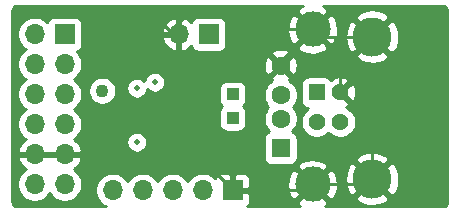
<source format=gbr>
%TF.GenerationSoftware,KiCad,Pcbnew,5.1.6-c6e7f7d~86~ubuntu18.04.1*%
%TF.CreationDate,2021-07-01T18:37:21-07:00*%
%TF.ProjectId,usb_combo_pmod,7573625f-636f-46d6-926f-5f706d6f642e,rev?*%
%TF.SameCoordinates,Original*%
%TF.FileFunction,Copper,L2,Inr*%
%TF.FilePolarity,Positive*%
%FSLAX46Y46*%
G04 Gerber Fmt 4.6, Leading zero omitted, Abs format (unit mm)*
G04 Created by KiCad (PCBNEW 5.1.6-c6e7f7d~86~ubuntu18.04.1) date 2021-07-01 18:37:21*
%MOMM*%
%LPD*%
G01*
G04 APERTURE LIST*
%TA.AperFunction,ViaPad*%
%ADD10O,1.700000X1.700000*%
%TD*%
%TA.AperFunction,ViaPad*%
%ADD11R,1.700000X1.700000*%
%TD*%
%TA.AperFunction,ViaPad*%
%ADD12C,1.600000*%
%TD*%
%TA.AperFunction,ViaPad*%
%ADD13R,1.600000X1.600000*%
%TD*%
%TA.AperFunction,ViaPad*%
%ADD14C,3.000000*%
%TD*%
%TA.AperFunction,ViaPad*%
%ADD15C,3.316000*%
%TD*%
%TA.AperFunction,ViaPad*%
%ADD16C,1.428000*%
%TD*%
%TA.AperFunction,ViaPad*%
%ADD17R,1.428000X1.428000*%
%TD*%
%TA.AperFunction,ViaPad*%
%ADD18R,1.000000X1.000000*%
%TD*%
%TA.AperFunction,ViaPad*%
%ADD19C,1.100000*%
%TD*%
%TA.AperFunction,ViaPad*%
%ADD20C,0.500000*%
%TD*%
%TA.AperFunction,Conductor*%
%ADD21C,0.254000*%
%TD*%
G04 APERTURE END LIST*
D10*
%TO.N,+3V3*%
%TO.C,J1*%
X99060000Y-83820000D03*
X101600000Y-83820000D03*
%TO.N,GND*%
X99060000Y-81280000D03*
X101600000Y-81280000D03*
%TO.N,/D_SUS*%
X99060000Y-78740000D03*
%TO.N,/D_OE_*%
X101600000Y-78740000D03*
%TO.N,/D_VM*%
X99060000Y-76200000D03*
%TO.N,/D_CON*%
X101600000Y-76200000D03*
%TO.N,/D_VP*%
X99060000Y-73660000D03*
%TO.N,/D_RCV*%
X101600000Y-73660000D03*
%TO.N,/D_SPD*%
X99060000Y-71120000D03*
D11*
%TO.N,/D_VBUS_DET*%
X101600000Y-71120000D03*
%TD*%
D12*
%TO.N,GND*%
%TO.C,J5*%
X119888000Y-73772000D03*
%TO.N,/D_DP*%
X119888000Y-76272000D03*
%TO.N,/D_DN*%
X119888000Y-78272000D03*
D13*
%TO.N,/D_VBUS*%
X119888000Y-80772000D03*
D14*
%TO.N,GND*%
X122598000Y-83842000D03*
X122598000Y-70702000D03*
%TD*%
D15*
%TO.N,GND*%
%TO.C,J4*%
X127646000Y-71323000D03*
X127646000Y-83363000D03*
D16*
X124936000Y-76053000D03*
%TO.N,/D_DP*%
X124936000Y-78553000D03*
%TO.N,/D_DN*%
X122936000Y-78553000D03*
D17*
%TO.N,/D_VBUS*%
X122936000Y-76053000D03*
%TD*%
D10*
%TO.N,GND*%
%TO.C,J3*%
X111252000Y-71120000D03*
D11*
%TO.N,/D_VBUS*%
X113792000Y-71120000D03*
%TD*%
D10*
%TO.N,/D_VM*%
%TO.C,J2*%
X105664000Y-84328000D03*
%TO.N,/D_VP*%
X108204000Y-84328000D03*
%TO.N,/D_RCV*%
X110744000Y-84328000D03*
%TO.N,/D_OE_*%
X113284000Y-84328000D03*
D11*
%TO.N,GND*%
X115824000Y-84328000D03*
%TD*%
D18*
%TO.N,/D_DP*%
%TO.C,DP1*%
X115824000Y-76200000D03*
%TD*%
%TO.N,/D_DN*%
%TO.C,DN1*%
X115824000Y-78232000D03*
%TD*%
D19*
%TO.N,+3V3*%
X104777632Y-75899501D03*
%TO.N,GND*%
X106140593Y-80264167D03*
X104140000Y-70104000D03*
D20*
%TO.N,/D_SPD*%
X107696000Y-80264000D03*
%TO.N,/D_VPU*%
X107696000Y-75692000D03*
X109220000Y-75184000D03*
%TD*%
D21*
%TO.N,GND*%
X105124760Y-81280000D02*
X106140593Y-80264167D01*
X101600000Y-81280000D02*
X105124760Y-81280000D01*
X122112000Y-84328000D02*
X122598000Y-83842000D01*
X115824000Y-84328000D02*
X122112000Y-84328000D01*
X127167000Y-83842000D02*
X127646000Y-83363000D01*
X122598000Y-83842000D02*
X127167000Y-83842000D01*
X127646000Y-78763000D02*
X124936000Y-76053000D01*
X127646000Y-83363000D02*
X127646000Y-78763000D01*
X124936000Y-74033000D02*
X127646000Y-71323000D01*
X124936000Y-76053000D02*
X124936000Y-74033000D01*
X123219000Y-71323000D02*
X122598000Y-70702000D01*
X127646000Y-71323000D02*
X123219000Y-71323000D01*
X119888000Y-73412000D02*
X119888000Y-73772000D01*
X122598000Y-70702000D02*
X119888000Y-73412000D01*
X99060000Y-81280000D02*
X101600000Y-81280000D01*
X109728000Y-70104000D02*
X110744000Y-71120000D01*
X104140000Y-70104000D02*
X109728000Y-70104000D01*
X105124760Y-81280000D02*
X108712000Y-81280000D01*
X108712000Y-81280000D02*
X109728000Y-82296000D01*
X113792000Y-82296000D02*
X115824000Y-84328000D01*
X109728000Y-82296000D02*
X113792000Y-82296000D01*
X122598000Y-70702000D02*
X117438000Y-70702000D01*
X117438000Y-70702000D02*
X116332000Y-69596000D01*
X116332000Y-69596000D02*
X111760000Y-69596000D01*
X110744000Y-70612000D02*
X110744000Y-71120000D01*
X111760000Y-69596000D02*
X110744000Y-70612000D01*
%TD*%
%TO.N,GND*%
G36*
X121737617Y-68736757D02*
G01*
X121441962Y-68894786D01*
X121285952Y-69210347D01*
X122598000Y-70522395D01*
X123910048Y-69210347D01*
X123754038Y-68894786D01*
X123434292Y-68732000D01*
X133571719Y-68732000D01*
X133672533Y-68741885D01*
X133738457Y-68761789D01*
X133799255Y-68794115D01*
X133852619Y-68837639D01*
X133896512Y-68890696D01*
X133929266Y-68951271D01*
X133949628Y-69017053D01*
X133960000Y-69115731D01*
X133960001Y-85311709D01*
X133950115Y-85412531D01*
X133930211Y-85478458D01*
X133897885Y-85539255D01*
X133854362Y-85592618D01*
X133801300Y-85636515D01*
X133740727Y-85669266D01*
X133674947Y-85689628D01*
X133576269Y-85700000D01*
X123659023Y-85700000D01*
X123754038Y-85649214D01*
X123910048Y-85333653D01*
X122598000Y-84021605D01*
X121285952Y-85333653D01*
X121441962Y-85649214D01*
X121541716Y-85700000D01*
X117038896Y-85700000D01*
X117125185Y-85629185D01*
X117204537Y-85532494D01*
X117263502Y-85422180D01*
X117299812Y-85302482D01*
X117312072Y-85178000D01*
X117309000Y-84613750D01*
X117150250Y-84455000D01*
X115951000Y-84455000D01*
X115951000Y-84475000D01*
X115697000Y-84475000D01*
X115697000Y-84455000D01*
X115677000Y-84455000D01*
X115677000Y-84201000D01*
X115697000Y-84201000D01*
X115697000Y-83001750D01*
X115951000Y-83001750D01*
X115951000Y-84201000D01*
X117150250Y-84201000D01*
X117309000Y-84042250D01*
X117309857Y-83884824D01*
X120453098Y-83884824D01*
X120502666Y-84302451D01*
X120632757Y-84702383D01*
X120790786Y-84998038D01*
X121106347Y-85154048D01*
X122418395Y-83842000D01*
X122777605Y-83842000D01*
X124089653Y-85154048D01*
X124405214Y-84998038D01*
X124420949Y-84967130D01*
X126221475Y-84967130D01*
X126396491Y-85298867D01*
X126798168Y-85505437D01*
X127232428Y-85629674D01*
X127682581Y-85666804D01*
X128131328Y-85615400D01*
X128561424Y-85477438D01*
X128895509Y-85298867D01*
X129070525Y-84967130D01*
X127646000Y-83542605D01*
X126221475Y-84967130D01*
X124420949Y-84967130D01*
X124596020Y-84623255D01*
X124710044Y-84218449D01*
X124742902Y-83799176D01*
X124695475Y-83399581D01*
X125342196Y-83399581D01*
X125393600Y-83848328D01*
X125531562Y-84278424D01*
X125710133Y-84612509D01*
X126041870Y-84787525D01*
X127466395Y-83363000D01*
X127825605Y-83363000D01*
X129250130Y-84787525D01*
X129581867Y-84612509D01*
X129788437Y-84210832D01*
X129912674Y-83776572D01*
X129949804Y-83326419D01*
X129898400Y-82877672D01*
X129760438Y-82447576D01*
X129581867Y-82113491D01*
X129250130Y-81938475D01*
X127825605Y-83363000D01*
X127466395Y-83363000D01*
X126041870Y-81938475D01*
X125710133Y-82113491D01*
X125503563Y-82515168D01*
X125379326Y-82949428D01*
X125342196Y-83399581D01*
X124695475Y-83399581D01*
X124693334Y-83381549D01*
X124563243Y-82981617D01*
X124405214Y-82685962D01*
X124089653Y-82529952D01*
X122777605Y-83842000D01*
X122418395Y-83842000D01*
X121106347Y-82529952D01*
X120790786Y-82685962D01*
X120599980Y-83060745D01*
X120485956Y-83465551D01*
X120453098Y-83884824D01*
X117309857Y-83884824D01*
X117312072Y-83478000D01*
X117299812Y-83353518D01*
X117263502Y-83233820D01*
X117204537Y-83123506D01*
X117125185Y-83026815D01*
X117028494Y-82947463D01*
X116918180Y-82888498D01*
X116798482Y-82852188D01*
X116674000Y-82839928D01*
X116109750Y-82843000D01*
X115951000Y-83001750D01*
X115697000Y-83001750D01*
X115538250Y-82843000D01*
X114974000Y-82839928D01*
X114849518Y-82852188D01*
X114729820Y-82888498D01*
X114619506Y-82947463D01*
X114522815Y-83026815D01*
X114443463Y-83123506D01*
X114384498Y-83233820D01*
X114362487Y-83306380D01*
X114230632Y-83174525D01*
X113987411Y-83012010D01*
X113717158Y-82900068D01*
X113430260Y-82843000D01*
X113137740Y-82843000D01*
X112850842Y-82900068D01*
X112580589Y-83012010D01*
X112337368Y-83174525D01*
X112130525Y-83381368D01*
X112014000Y-83555760D01*
X111897475Y-83381368D01*
X111690632Y-83174525D01*
X111447411Y-83012010D01*
X111177158Y-82900068D01*
X110890260Y-82843000D01*
X110597740Y-82843000D01*
X110310842Y-82900068D01*
X110040589Y-83012010D01*
X109797368Y-83174525D01*
X109590525Y-83381368D01*
X109474000Y-83555760D01*
X109357475Y-83381368D01*
X109150632Y-83174525D01*
X108907411Y-83012010D01*
X108637158Y-82900068D01*
X108350260Y-82843000D01*
X108057740Y-82843000D01*
X107770842Y-82900068D01*
X107500589Y-83012010D01*
X107257368Y-83174525D01*
X107050525Y-83381368D01*
X106934000Y-83555760D01*
X106817475Y-83381368D01*
X106610632Y-83174525D01*
X106367411Y-83012010D01*
X106097158Y-82900068D01*
X105810260Y-82843000D01*
X105517740Y-82843000D01*
X105230842Y-82900068D01*
X104960589Y-83012010D01*
X104717368Y-83174525D01*
X104510525Y-83381368D01*
X104348010Y-83624589D01*
X104236068Y-83894842D01*
X104179000Y-84181740D01*
X104179000Y-84474260D01*
X104236068Y-84761158D01*
X104348010Y-85031411D01*
X104510525Y-85274632D01*
X104717368Y-85481475D01*
X104960589Y-85643990D01*
X105095810Y-85700000D01*
X97568281Y-85700000D01*
X97467469Y-85690115D01*
X97401542Y-85670211D01*
X97340745Y-85637885D01*
X97287382Y-85594362D01*
X97243485Y-85541300D01*
X97210734Y-85480727D01*
X97190372Y-85414947D01*
X97180000Y-85316269D01*
X97180000Y-83673740D01*
X97575000Y-83673740D01*
X97575000Y-83966260D01*
X97632068Y-84253158D01*
X97744010Y-84523411D01*
X97906525Y-84766632D01*
X98113368Y-84973475D01*
X98356589Y-85135990D01*
X98626842Y-85247932D01*
X98913740Y-85305000D01*
X99206260Y-85305000D01*
X99493158Y-85247932D01*
X99763411Y-85135990D01*
X100006632Y-84973475D01*
X100213475Y-84766632D01*
X100330000Y-84592240D01*
X100446525Y-84766632D01*
X100653368Y-84973475D01*
X100896589Y-85135990D01*
X101166842Y-85247932D01*
X101453740Y-85305000D01*
X101746260Y-85305000D01*
X102033158Y-85247932D01*
X102303411Y-85135990D01*
X102546632Y-84973475D01*
X102753475Y-84766632D01*
X102915990Y-84523411D01*
X103027932Y-84253158D01*
X103085000Y-83966260D01*
X103085000Y-83673740D01*
X103027932Y-83386842D01*
X102915990Y-83116589D01*
X102753475Y-82873368D01*
X102546632Y-82666525D01*
X102364466Y-82544805D01*
X102481355Y-82475178D01*
X102619843Y-82350347D01*
X121285952Y-82350347D01*
X122598000Y-83662395D01*
X123910048Y-82350347D01*
X123754038Y-82034786D01*
X123379255Y-81843980D01*
X123077099Y-81758870D01*
X126221475Y-81758870D01*
X127646000Y-83183395D01*
X129070525Y-81758870D01*
X128895509Y-81427133D01*
X128493832Y-81220563D01*
X128059572Y-81096326D01*
X127609419Y-81059196D01*
X127160672Y-81110600D01*
X126730576Y-81248562D01*
X126396491Y-81427133D01*
X126221475Y-81758870D01*
X123077099Y-81758870D01*
X122974449Y-81729956D01*
X122555176Y-81697098D01*
X122137549Y-81746666D01*
X121737617Y-81876757D01*
X121441962Y-82034786D01*
X121285952Y-82350347D01*
X102619843Y-82350347D01*
X102697588Y-82280269D01*
X102871641Y-82046920D01*
X102996825Y-81784099D01*
X103041476Y-81636890D01*
X102920155Y-81407000D01*
X101727000Y-81407000D01*
X101727000Y-81427000D01*
X101473000Y-81427000D01*
X101473000Y-81407000D01*
X99187000Y-81407000D01*
X99187000Y-81427000D01*
X98933000Y-81427000D01*
X98933000Y-81407000D01*
X97739845Y-81407000D01*
X97618524Y-81636890D01*
X97663175Y-81784099D01*
X97788359Y-82046920D01*
X97962412Y-82280269D01*
X98178645Y-82475178D01*
X98295534Y-82544805D01*
X98113368Y-82666525D01*
X97906525Y-82873368D01*
X97744010Y-83116589D01*
X97632068Y-83386842D01*
X97575000Y-83673740D01*
X97180000Y-83673740D01*
X97180000Y-70973740D01*
X97575000Y-70973740D01*
X97575000Y-71266260D01*
X97632068Y-71553158D01*
X97744010Y-71823411D01*
X97906525Y-72066632D01*
X98113368Y-72273475D01*
X98287760Y-72390000D01*
X98113368Y-72506525D01*
X97906525Y-72713368D01*
X97744010Y-72956589D01*
X97632068Y-73226842D01*
X97575000Y-73513740D01*
X97575000Y-73806260D01*
X97632068Y-74093158D01*
X97744010Y-74363411D01*
X97906525Y-74606632D01*
X98113368Y-74813475D01*
X98287760Y-74930000D01*
X98113368Y-75046525D01*
X97906525Y-75253368D01*
X97744010Y-75496589D01*
X97632068Y-75766842D01*
X97575000Y-76053740D01*
X97575000Y-76346260D01*
X97632068Y-76633158D01*
X97744010Y-76903411D01*
X97906525Y-77146632D01*
X98113368Y-77353475D01*
X98287760Y-77470000D01*
X98113368Y-77586525D01*
X97906525Y-77793368D01*
X97744010Y-78036589D01*
X97632068Y-78306842D01*
X97575000Y-78593740D01*
X97575000Y-78886260D01*
X97632068Y-79173158D01*
X97744010Y-79443411D01*
X97906525Y-79686632D01*
X98113368Y-79893475D01*
X98295534Y-80015195D01*
X98178645Y-80084822D01*
X97962412Y-80279731D01*
X97788359Y-80513080D01*
X97663175Y-80775901D01*
X97618524Y-80923110D01*
X97739845Y-81153000D01*
X98933000Y-81153000D01*
X98933000Y-81133000D01*
X99187000Y-81133000D01*
X99187000Y-81153000D01*
X101473000Y-81153000D01*
X101473000Y-81133000D01*
X101727000Y-81133000D01*
X101727000Y-81153000D01*
X102920155Y-81153000D01*
X103041476Y-80923110D01*
X102996825Y-80775901D01*
X102871641Y-80513080D01*
X102697588Y-80279731D01*
X102583435Y-80176835D01*
X106811000Y-80176835D01*
X106811000Y-80351165D01*
X106845010Y-80522145D01*
X106911723Y-80683205D01*
X107008576Y-80828155D01*
X107131845Y-80951424D01*
X107276795Y-81048277D01*
X107437855Y-81114990D01*
X107608835Y-81149000D01*
X107783165Y-81149000D01*
X107954145Y-81114990D01*
X108115205Y-81048277D01*
X108260155Y-80951424D01*
X108383424Y-80828155D01*
X108480277Y-80683205D01*
X108546990Y-80522145D01*
X108581000Y-80351165D01*
X108581000Y-80176835D01*
X108546990Y-80005855D01*
X108532967Y-79972000D01*
X118449928Y-79972000D01*
X118449928Y-81572000D01*
X118462188Y-81696482D01*
X118498498Y-81816180D01*
X118557463Y-81926494D01*
X118636815Y-82023185D01*
X118733506Y-82102537D01*
X118843820Y-82161502D01*
X118963518Y-82197812D01*
X119088000Y-82210072D01*
X120688000Y-82210072D01*
X120812482Y-82197812D01*
X120932180Y-82161502D01*
X121042494Y-82102537D01*
X121139185Y-82023185D01*
X121218537Y-81926494D01*
X121277502Y-81816180D01*
X121313812Y-81696482D01*
X121326072Y-81572000D01*
X121326072Y-79972000D01*
X121313812Y-79847518D01*
X121277502Y-79727820D01*
X121218537Y-79617506D01*
X121139185Y-79520815D01*
X121042494Y-79441463D01*
X120932180Y-79382498D01*
X120836057Y-79353339D01*
X121002637Y-79186759D01*
X121159680Y-78951727D01*
X121267853Y-78690574D01*
X121323000Y-78413335D01*
X121323000Y-78130665D01*
X121267853Y-77853426D01*
X121159680Y-77592273D01*
X121002637Y-77357241D01*
X120917396Y-77272000D01*
X121002637Y-77186759D01*
X121159680Y-76951727D01*
X121267853Y-76690574D01*
X121323000Y-76413335D01*
X121323000Y-76130665D01*
X121267853Y-75853426D01*
X121159680Y-75592273D01*
X121002637Y-75357241D01*
X120984396Y-75339000D01*
X121583928Y-75339000D01*
X121583928Y-76767000D01*
X121596188Y-76891482D01*
X121632498Y-77011180D01*
X121691463Y-77121494D01*
X121770815Y-77218185D01*
X121867506Y-77297537D01*
X121977820Y-77356502D01*
X122097518Y-77392812D01*
X122222000Y-77405072D01*
X122225860Y-77405072D01*
X122076063Y-77505163D01*
X121888163Y-77693063D01*
X121740532Y-77914009D01*
X121638842Y-78159511D01*
X121587000Y-78420135D01*
X121587000Y-78685865D01*
X121638842Y-78946489D01*
X121740532Y-79191991D01*
X121888163Y-79412937D01*
X122076063Y-79600837D01*
X122297009Y-79748468D01*
X122542511Y-79850158D01*
X122803135Y-79902000D01*
X123068865Y-79902000D01*
X123329489Y-79850158D01*
X123574991Y-79748468D01*
X123795937Y-79600837D01*
X123936000Y-79460774D01*
X124076063Y-79600837D01*
X124297009Y-79748468D01*
X124542511Y-79850158D01*
X124803135Y-79902000D01*
X125068865Y-79902000D01*
X125329489Y-79850158D01*
X125574991Y-79748468D01*
X125795937Y-79600837D01*
X125983837Y-79412937D01*
X126131468Y-79191991D01*
X126233158Y-78946489D01*
X126285000Y-78685865D01*
X126285000Y-78420135D01*
X126233158Y-78159511D01*
X126131468Y-77914009D01*
X125983837Y-77693063D01*
X125795937Y-77505163D01*
X125574991Y-77357532D01*
X125444519Y-77303489D01*
X125522258Y-77275193D01*
X125626509Y-77219470D01*
X125687668Y-76984273D01*
X124936000Y-76232605D01*
X124921858Y-76246748D01*
X124742253Y-76067143D01*
X124756395Y-76053000D01*
X125115605Y-76053000D01*
X125867273Y-76804668D01*
X126102470Y-76743509D01*
X126214768Y-76502674D01*
X126277924Y-76244559D01*
X126289511Y-75979081D01*
X126249082Y-75716445D01*
X126158193Y-75466742D01*
X126102470Y-75362491D01*
X125867273Y-75301332D01*
X125115605Y-76053000D01*
X124756395Y-76053000D01*
X124742253Y-76038858D01*
X124921858Y-75859253D01*
X124936000Y-75873395D01*
X125687668Y-75121727D01*
X125626509Y-74886530D01*
X125385674Y-74774232D01*
X125127559Y-74711076D01*
X124862081Y-74699489D01*
X124599445Y-74739918D01*
X124349742Y-74830807D01*
X124245491Y-74886530D01*
X124207094Y-75034191D01*
X124180537Y-74984506D01*
X124101185Y-74887815D01*
X124004494Y-74808463D01*
X123894180Y-74749498D01*
X123774482Y-74713188D01*
X123650000Y-74700928D01*
X122222000Y-74700928D01*
X122097518Y-74713188D01*
X121977820Y-74749498D01*
X121867506Y-74808463D01*
X121770815Y-74887815D01*
X121691463Y-74984506D01*
X121632498Y-75094820D01*
X121596188Y-75214518D01*
X121583928Y-75339000D01*
X120984396Y-75339000D01*
X120802759Y-75157363D01*
X120602131Y-75023308D01*
X120629514Y-75008671D01*
X120701097Y-74764702D01*
X119888000Y-73951605D01*
X119074903Y-74764702D01*
X119146486Y-75008671D01*
X119175341Y-75022324D01*
X118973241Y-75157363D01*
X118773363Y-75357241D01*
X118616320Y-75592273D01*
X118508147Y-75853426D01*
X118453000Y-76130665D01*
X118453000Y-76413335D01*
X118508147Y-76690574D01*
X118616320Y-76951727D01*
X118773363Y-77186759D01*
X118858604Y-77272000D01*
X118773363Y-77357241D01*
X118616320Y-77592273D01*
X118508147Y-77853426D01*
X118453000Y-78130665D01*
X118453000Y-78413335D01*
X118508147Y-78690574D01*
X118616320Y-78951727D01*
X118773363Y-79186759D01*
X118939943Y-79353339D01*
X118843820Y-79382498D01*
X118733506Y-79441463D01*
X118636815Y-79520815D01*
X118557463Y-79617506D01*
X118498498Y-79727820D01*
X118462188Y-79847518D01*
X118449928Y-79972000D01*
X108532967Y-79972000D01*
X108480277Y-79844795D01*
X108383424Y-79699845D01*
X108260155Y-79576576D01*
X108115205Y-79479723D01*
X107954145Y-79413010D01*
X107783165Y-79379000D01*
X107608835Y-79379000D01*
X107437855Y-79413010D01*
X107276795Y-79479723D01*
X107131845Y-79576576D01*
X107008576Y-79699845D01*
X106911723Y-79844795D01*
X106845010Y-80005855D01*
X106811000Y-80176835D01*
X102583435Y-80176835D01*
X102481355Y-80084822D01*
X102364466Y-80015195D01*
X102546632Y-79893475D01*
X102753475Y-79686632D01*
X102915990Y-79443411D01*
X103027932Y-79173158D01*
X103085000Y-78886260D01*
X103085000Y-78593740D01*
X103027932Y-78306842D01*
X102915990Y-78036589D01*
X102753475Y-77793368D01*
X102546632Y-77586525D01*
X102372240Y-77470000D01*
X102546632Y-77353475D01*
X102753475Y-77146632D01*
X102915990Y-76903411D01*
X103027932Y-76633158D01*
X103085000Y-76346260D01*
X103085000Y-76053740D01*
X103031105Y-75782789D01*
X103592632Y-75782789D01*
X103592632Y-76016213D01*
X103638171Y-76245153D01*
X103727498Y-76460809D01*
X103857182Y-76654895D01*
X104022238Y-76819951D01*
X104216324Y-76949635D01*
X104431980Y-77038962D01*
X104660920Y-77084501D01*
X104894344Y-77084501D01*
X105123284Y-77038962D01*
X105338940Y-76949635D01*
X105533026Y-76819951D01*
X105698082Y-76654895D01*
X105827766Y-76460809D01*
X105917093Y-76245153D01*
X105962632Y-76016213D01*
X105962632Y-75782789D01*
X105927235Y-75604835D01*
X106811000Y-75604835D01*
X106811000Y-75779165D01*
X106845010Y-75950145D01*
X106911723Y-76111205D01*
X107008576Y-76256155D01*
X107131845Y-76379424D01*
X107276795Y-76476277D01*
X107437855Y-76542990D01*
X107608835Y-76577000D01*
X107783165Y-76577000D01*
X107954145Y-76542990D01*
X108115205Y-76476277D01*
X108260155Y-76379424D01*
X108383424Y-76256155D01*
X108480277Y-76111205D01*
X108546990Y-75950145D01*
X108578111Y-75793690D01*
X108655845Y-75871424D01*
X108800795Y-75968277D01*
X108961855Y-76034990D01*
X109132835Y-76069000D01*
X109307165Y-76069000D01*
X109478145Y-76034990D01*
X109639205Y-75968277D01*
X109784155Y-75871424D01*
X109907424Y-75748155D01*
X109939600Y-75700000D01*
X114685928Y-75700000D01*
X114685928Y-76700000D01*
X114698188Y-76824482D01*
X114734498Y-76944180D01*
X114793463Y-77054494D01*
X114872815Y-77151185D01*
X114951793Y-77216000D01*
X114872815Y-77280815D01*
X114793463Y-77377506D01*
X114734498Y-77487820D01*
X114698188Y-77607518D01*
X114685928Y-77732000D01*
X114685928Y-78732000D01*
X114698188Y-78856482D01*
X114734498Y-78976180D01*
X114793463Y-79086494D01*
X114872815Y-79183185D01*
X114969506Y-79262537D01*
X115079820Y-79321502D01*
X115199518Y-79357812D01*
X115324000Y-79370072D01*
X116324000Y-79370072D01*
X116448482Y-79357812D01*
X116568180Y-79321502D01*
X116678494Y-79262537D01*
X116775185Y-79183185D01*
X116854537Y-79086494D01*
X116913502Y-78976180D01*
X116949812Y-78856482D01*
X116962072Y-78732000D01*
X116962072Y-77732000D01*
X116949812Y-77607518D01*
X116913502Y-77487820D01*
X116854537Y-77377506D01*
X116775185Y-77280815D01*
X116696207Y-77216000D01*
X116775185Y-77151185D01*
X116854537Y-77054494D01*
X116913502Y-76944180D01*
X116949812Y-76824482D01*
X116962072Y-76700000D01*
X116962072Y-75700000D01*
X116949812Y-75575518D01*
X116913502Y-75455820D01*
X116854537Y-75345506D01*
X116775185Y-75248815D01*
X116678494Y-75169463D01*
X116568180Y-75110498D01*
X116448482Y-75074188D01*
X116324000Y-75061928D01*
X115324000Y-75061928D01*
X115199518Y-75074188D01*
X115079820Y-75110498D01*
X114969506Y-75169463D01*
X114872815Y-75248815D01*
X114793463Y-75345506D01*
X114734498Y-75455820D01*
X114698188Y-75575518D01*
X114685928Y-75700000D01*
X109939600Y-75700000D01*
X110004277Y-75603205D01*
X110070990Y-75442145D01*
X110105000Y-75271165D01*
X110105000Y-75096835D01*
X110070990Y-74925855D01*
X110004277Y-74764795D01*
X109907424Y-74619845D01*
X109784155Y-74496576D01*
X109639205Y-74399723D01*
X109478145Y-74333010D01*
X109307165Y-74299000D01*
X109132835Y-74299000D01*
X108961855Y-74333010D01*
X108800795Y-74399723D01*
X108655845Y-74496576D01*
X108532576Y-74619845D01*
X108435723Y-74764795D01*
X108369010Y-74925855D01*
X108337889Y-75082310D01*
X108260155Y-75004576D01*
X108115205Y-74907723D01*
X107954145Y-74841010D01*
X107783165Y-74807000D01*
X107608835Y-74807000D01*
X107437855Y-74841010D01*
X107276795Y-74907723D01*
X107131845Y-75004576D01*
X107008576Y-75127845D01*
X106911723Y-75272795D01*
X106845010Y-75433855D01*
X106811000Y-75604835D01*
X105927235Y-75604835D01*
X105917093Y-75553849D01*
X105827766Y-75338193D01*
X105698082Y-75144107D01*
X105533026Y-74979051D01*
X105338940Y-74849367D01*
X105123284Y-74760040D01*
X104894344Y-74714501D01*
X104660920Y-74714501D01*
X104431980Y-74760040D01*
X104216324Y-74849367D01*
X104022238Y-74979051D01*
X103857182Y-75144107D01*
X103727498Y-75338193D01*
X103638171Y-75553849D01*
X103592632Y-75782789D01*
X103031105Y-75782789D01*
X103027932Y-75766842D01*
X102915990Y-75496589D01*
X102753475Y-75253368D01*
X102546632Y-75046525D01*
X102372240Y-74930000D01*
X102546632Y-74813475D01*
X102753475Y-74606632D01*
X102915990Y-74363411D01*
X103027932Y-74093158D01*
X103077788Y-73842512D01*
X118447783Y-73842512D01*
X118489213Y-74122130D01*
X118584397Y-74388292D01*
X118651329Y-74513514D01*
X118895298Y-74585097D01*
X119708395Y-73772000D01*
X120067605Y-73772000D01*
X120880702Y-74585097D01*
X121124671Y-74513514D01*
X121245571Y-74258004D01*
X121314300Y-73983816D01*
X121328217Y-73701488D01*
X121286787Y-73421870D01*
X121191603Y-73155708D01*
X121124671Y-73030486D01*
X120880702Y-72958903D01*
X120067605Y-73772000D01*
X119708395Y-73772000D01*
X118895298Y-72958903D01*
X118651329Y-73030486D01*
X118530429Y-73285996D01*
X118461700Y-73560184D01*
X118447783Y-73842512D01*
X103077788Y-73842512D01*
X103085000Y-73806260D01*
X103085000Y-73513740D01*
X103027932Y-73226842D01*
X102915990Y-72956589D01*
X102797528Y-72779298D01*
X119074903Y-72779298D01*
X119888000Y-73592395D01*
X120553265Y-72927130D01*
X126221475Y-72927130D01*
X126396491Y-73258867D01*
X126798168Y-73465437D01*
X127232428Y-73589674D01*
X127682581Y-73626804D01*
X128131328Y-73575400D01*
X128561424Y-73437438D01*
X128895509Y-73258867D01*
X129070525Y-72927130D01*
X127646000Y-71502605D01*
X126221475Y-72927130D01*
X120553265Y-72927130D01*
X120701097Y-72779298D01*
X120629514Y-72535329D01*
X120374004Y-72414429D01*
X120099816Y-72345700D01*
X119817488Y-72331783D01*
X119537870Y-72373213D01*
X119271708Y-72468397D01*
X119146486Y-72535329D01*
X119074903Y-72779298D01*
X102797528Y-72779298D01*
X102753475Y-72713368D01*
X102621620Y-72581513D01*
X102694180Y-72559502D01*
X102804494Y-72500537D01*
X102901185Y-72421185D01*
X102980537Y-72324494D01*
X103039502Y-72214180D01*
X103075812Y-72094482D01*
X103088072Y-71970000D01*
X103088072Y-71476891D01*
X109810519Y-71476891D01*
X109907843Y-71751252D01*
X110056822Y-72001355D01*
X110251731Y-72217588D01*
X110485080Y-72391641D01*
X110747901Y-72516825D01*
X110895110Y-72561476D01*
X111125000Y-72440155D01*
X111125000Y-71247000D01*
X109931186Y-71247000D01*
X109810519Y-71476891D01*
X103088072Y-71476891D01*
X103088072Y-70763109D01*
X109810519Y-70763109D01*
X109931186Y-70993000D01*
X111125000Y-70993000D01*
X111125000Y-69799845D01*
X111379000Y-69799845D01*
X111379000Y-70993000D01*
X111399000Y-70993000D01*
X111399000Y-71247000D01*
X111379000Y-71247000D01*
X111379000Y-72440155D01*
X111608890Y-72561476D01*
X111756099Y-72516825D01*
X112018920Y-72391641D01*
X112252269Y-72217588D01*
X112328034Y-72133534D01*
X112352498Y-72214180D01*
X112411463Y-72324494D01*
X112490815Y-72421185D01*
X112587506Y-72500537D01*
X112697820Y-72559502D01*
X112817518Y-72595812D01*
X112942000Y-72608072D01*
X114642000Y-72608072D01*
X114766482Y-72595812D01*
X114886180Y-72559502D01*
X114996494Y-72500537D01*
X115093185Y-72421185D01*
X115172537Y-72324494D01*
X115231502Y-72214180D01*
X115237728Y-72193653D01*
X121285952Y-72193653D01*
X121441962Y-72509214D01*
X121816745Y-72700020D01*
X122221551Y-72814044D01*
X122640824Y-72846902D01*
X123058451Y-72797334D01*
X123458383Y-72667243D01*
X123754038Y-72509214D01*
X123910048Y-72193653D01*
X122598000Y-70881605D01*
X121285952Y-72193653D01*
X115237728Y-72193653D01*
X115267812Y-72094482D01*
X115280072Y-71970000D01*
X115280072Y-70744824D01*
X120453098Y-70744824D01*
X120502666Y-71162451D01*
X120632757Y-71562383D01*
X120790786Y-71858038D01*
X121106347Y-72014048D01*
X122418395Y-70702000D01*
X122777605Y-70702000D01*
X124089653Y-72014048D01*
X124405214Y-71858038D01*
X124596020Y-71483255D01*
X124630855Y-71359581D01*
X125342196Y-71359581D01*
X125393600Y-71808328D01*
X125531562Y-72238424D01*
X125710133Y-72572509D01*
X126041870Y-72747525D01*
X127466395Y-71323000D01*
X127825605Y-71323000D01*
X129250130Y-72747525D01*
X129581867Y-72572509D01*
X129788437Y-72170832D01*
X129912674Y-71736572D01*
X129949804Y-71286419D01*
X129898400Y-70837672D01*
X129760438Y-70407576D01*
X129581867Y-70073491D01*
X129250130Y-69898475D01*
X127825605Y-71323000D01*
X127466395Y-71323000D01*
X126041870Y-69898475D01*
X125710133Y-70073491D01*
X125503563Y-70475168D01*
X125379326Y-70909428D01*
X125342196Y-71359581D01*
X124630855Y-71359581D01*
X124710044Y-71078449D01*
X124742902Y-70659176D01*
X124693334Y-70241549D01*
X124563243Y-69841617D01*
X124497635Y-69718870D01*
X126221475Y-69718870D01*
X127646000Y-71143395D01*
X129070525Y-69718870D01*
X128895509Y-69387133D01*
X128493832Y-69180563D01*
X128059572Y-69056326D01*
X127609419Y-69019196D01*
X127160672Y-69070600D01*
X126730576Y-69208562D01*
X126396491Y-69387133D01*
X126221475Y-69718870D01*
X124497635Y-69718870D01*
X124405214Y-69545962D01*
X124089653Y-69389952D01*
X122777605Y-70702000D01*
X122418395Y-70702000D01*
X121106347Y-69389952D01*
X120790786Y-69545962D01*
X120599980Y-69920745D01*
X120485956Y-70325551D01*
X120453098Y-70744824D01*
X115280072Y-70744824D01*
X115280072Y-70270000D01*
X115267812Y-70145518D01*
X115231502Y-70025820D01*
X115172537Y-69915506D01*
X115093185Y-69818815D01*
X114996494Y-69739463D01*
X114886180Y-69680498D01*
X114766482Y-69644188D01*
X114642000Y-69631928D01*
X112942000Y-69631928D01*
X112817518Y-69644188D01*
X112697820Y-69680498D01*
X112587506Y-69739463D01*
X112490815Y-69818815D01*
X112411463Y-69915506D01*
X112352498Y-70025820D01*
X112328034Y-70106466D01*
X112252269Y-70022412D01*
X112018920Y-69848359D01*
X111756099Y-69723175D01*
X111608890Y-69678524D01*
X111379000Y-69799845D01*
X111125000Y-69799845D01*
X110895110Y-69678524D01*
X110747901Y-69723175D01*
X110485080Y-69848359D01*
X110251731Y-70022412D01*
X110056822Y-70238645D01*
X109907843Y-70488748D01*
X109810519Y-70763109D01*
X103088072Y-70763109D01*
X103088072Y-70270000D01*
X103075812Y-70145518D01*
X103039502Y-70025820D01*
X102980537Y-69915506D01*
X102901185Y-69818815D01*
X102804494Y-69739463D01*
X102694180Y-69680498D01*
X102574482Y-69644188D01*
X102450000Y-69631928D01*
X100750000Y-69631928D01*
X100625518Y-69644188D01*
X100505820Y-69680498D01*
X100395506Y-69739463D01*
X100298815Y-69818815D01*
X100219463Y-69915506D01*
X100160498Y-70025820D01*
X100138487Y-70098380D01*
X100006632Y-69966525D01*
X99763411Y-69804010D01*
X99493158Y-69692068D01*
X99206260Y-69635000D01*
X98913740Y-69635000D01*
X98626842Y-69692068D01*
X98356589Y-69804010D01*
X98113368Y-69966525D01*
X97906525Y-70173368D01*
X97744010Y-70416589D01*
X97632068Y-70686842D01*
X97575000Y-70973740D01*
X97180000Y-70973740D01*
X97180000Y-69120281D01*
X97189885Y-69019467D01*
X97209789Y-68953543D01*
X97242115Y-68892745D01*
X97285639Y-68839381D01*
X97338696Y-68795488D01*
X97399271Y-68762734D01*
X97465053Y-68742372D01*
X97563730Y-68732000D01*
X121752241Y-68732000D01*
X121737617Y-68736757D01*
G37*
X121737617Y-68736757D02*
X121441962Y-68894786D01*
X121285952Y-69210347D01*
X122598000Y-70522395D01*
X123910048Y-69210347D01*
X123754038Y-68894786D01*
X123434292Y-68732000D01*
X133571719Y-68732000D01*
X133672533Y-68741885D01*
X133738457Y-68761789D01*
X133799255Y-68794115D01*
X133852619Y-68837639D01*
X133896512Y-68890696D01*
X133929266Y-68951271D01*
X133949628Y-69017053D01*
X133960000Y-69115731D01*
X133960001Y-85311709D01*
X133950115Y-85412531D01*
X133930211Y-85478458D01*
X133897885Y-85539255D01*
X133854362Y-85592618D01*
X133801300Y-85636515D01*
X133740727Y-85669266D01*
X133674947Y-85689628D01*
X133576269Y-85700000D01*
X123659023Y-85700000D01*
X123754038Y-85649214D01*
X123910048Y-85333653D01*
X122598000Y-84021605D01*
X121285952Y-85333653D01*
X121441962Y-85649214D01*
X121541716Y-85700000D01*
X117038896Y-85700000D01*
X117125185Y-85629185D01*
X117204537Y-85532494D01*
X117263502Y-85422180D01*
X117299812Y-85302482D01*
X117312072Y-85178000D01*
X117309000Y-84613750D01*
X117150250Y-84455000D01*
X115951000Y-84455000D01*
X115951000Y-84475000D01*
X115697000Y-84475000D01*
X115697000Y-84455000D01*
X115677000Y-84455000D01*
X115677000Y-84201000D01*
X115697000Y-84201000D01*
X115697000Y-83001750D01*
X115951000Y-83001750D01*
X115951000Y-84201000D01*
X117150250Y-84201000D01*
X117309000Y-84042250D01*
X117309857Y-83884824D01*
X120453098Y-83884824D01*
X120502666Y-84302451D01*
X120632757Y-84702383D01*
X120790786Y-84998038D01*
X121106347Y-85154048D01*
X122418395Y-83842000D01*
X122777605Y-83842000D01*
X124089653Y-85154048D01*
X124405214Y-84998038D01*
X124420949Y-84967130D01*
X126221475Y-84967130D01*
X126396491Y-85298867D01*
X126798168Y-85505437D01*
X127232428Y-85629674D01*
X127682581Y-85666804D01*
X128131328Y-85615400D01*
X128561424Y-85477438D01*
X128895509Y-85298867D01*
X129070525Y-84967130D01*
X127646000Y-83542605D01*
X126221475Y-84967130D01*
X124420949Y-84967130D01*
X124596020Y-84623255D01*
X124710044Y-84218449D01*
X124742902Y-83799176D01*
X124695475Y-83399581D01*
X125342196Y-83399581D01*
X125393600Y-83848328D01*
X125531562Y-84278424D01*
X125710133Y-84612509D01*
X126041870Y-84787525D01*
X127466395Y-83363000D01*
X127825605Y-83363000D01*
X129250130Y-84787525D01*
X129581867Y-84612509D01*
X129788437Y-84210832D01*
X129912674Y-83776572D01*
X129949804Y-83326419D01*
X129898400Y-82877672D01*
X129760438Y-82447576D01*
X129581867Y-82113491D01*
X129250130Y-81938475D01*
X127825605Y-83363000D01*
X127466395Y-83363000D01*
X126041870Y-81938475D01*
X125710133Y-82113491D01*
X125503563Y-82515168D01*
X125379326Y-82949428D01*
X125342196Y-83399581D01*
X124695475Y-83399581D01*
X124693334Y-83381549D01*
X124563243Y-82981617D01*
X124405214Y-82685962D01*
X124089653Y-82529952D01*
X122777605Y-83842000D01*
X122418395Y-83842000D01*
X121106347Y-82529952D01*
X120790786Y-82685962D01*
X120599980Y-83060745D01*
X120485956Y-83465551D01*
X120453098Y-83884824D01*
X117309857Y-83884824D01*
X117312072Y-83478000D01*
X117299812Y-83353518D01*
X117263502Y-83233820D01*
X117204537Y-83123506D01*
X117125185Y-83026815D01*
X117028494Y-82947463D01*
X116918180Y-82888498D01*
X116798482Y-82852188D01*
X116674000Y-82839928D01*
X116109750Y-82843000D01*
X115951000Y-83001750D01*
X115697000Y-83001750D01*
X115538250Y-82843000D01*
X114974000Y-82839928D01*
X114849518Y-82852188D01*
X114729820Y-82888498D01*
X114619506Y-82947463D01*
X114522815Y-83026815D01*
X114443463Y-83123506D01*
X114384498Y-83233820D01*
X114362487Y-83306380D01*
X114230632Y-83174525D01*
X113987411Y-83012010D01*
X113717158Y-82900068D01*
X113430260Y-82843000D01*
X113137740Y-82843000D01*
X112850842Y-82900068D01*
X112580589Y-83012010D01*
X112337368Y-83174525D01*
X112130525Y-83381368D01*
X112014000Y-83555760D01*
X111897475Y-83381368D01*
X111690632Y-83174525D01*
X111447411Y-83012010D01*
X111177158Y-82900068D01*
X110890260Y-82843000D01*
X110597740Y-82843000D01*
X110310842Y-82900068D01*
X110040589Y-83012010D01*
X109797368Y-83174525D01*
X109590525Y-83381368D01*
X109474000Y-83555760D01*
X109357475Y-83381368D01*
X109150632Y-83174525D01*
X108907411Y-83012010D01*
X108637158Y-82900068D01*
X108350260Y-82843000D01*
X108057740Y-82843000D01*
X107770842Y-82900068D01*
X107500589Y-83012010D01*
X107257368Y-83174525D01*
X107050525Y-83381368D01*
X106934000Y-83555760D01*
X106817475Y-83381368D01*
X106610632Y-83174525D01*
X106367411Y-83012010D01*
X106097158Y-82900068D01*
X105810260Y-82843000D01*
X105517740Y-82843000D01*
X105230842Y-82900068D01*
X104960589Y-83012010D01*
X104717368Y-83174525D01*
X104510525Y-83381368D01*
X104348010Y-83624589D01*
X104236068Y-83894842D01*
X104179000Y-84181740D01*
X104179000Y-84474260D01*
X104236068Y-84761158D01*
X104348010Y-85031411D01*
X104510525Y-85274632D01*
X104717368Y-85481475D01*
X104960589Y-85643990D01*
X105095810Y-85700000D01*
X97568281Y-85700000D01*
X97467469Y-85690115D01*
X97401542Y-85670211D01*
X97340745Y-85637885D01*
X97287382Y-85594362D01*
X97243485Y-85541300D01*
X97210734Y-85480727D01*
X97190372Y-85414947D01*
X97180000Y-85316269D01*
X97180000Y-83673740D01*
X97575000Y-83673740D01*
X97575000Y-83966260D01*
X97632068Y-84253158D01*
X97744010Y-84523411D01*
X97906525Y-84766632D01*
X98113368Y-84973475D01*
X98356589Y-85135990D01*
X98626842Y-85247932D01*
X98913740Y-85305000D01*
X99206260Y-85305000D01*
X99493158Y-85247932D01*
X99763411Y-85135990D01*
X100006632Y-84973475D01*
X100213475Y-84766632D01*
X100330000Y-84592240D01*
X100446525Y-84766632D01*
X100653368Y-84973475D01*
X100896589Y-85135990D01*
X101166842Y-85247932D01*
X101453740Y-85305000D01*
X101746260Y-85305000D01*
X102033158Y-85247932D01*
X102303411Y-85135990D01*
X102546632Y-84973475D01*
X102753475Y-84766632D01*
X102915990Y-84523411D01*
X103027932Y-84253158D01*
X103085000Y-83966260D01*
X103085000Y-83673740D01*
X103027932Y-83386842D01*
X102915990Y-83116589D01*
X102753475Y-82873368D01*
X102546632Y-82666525D01*
X102364466Y-82544805D01*
X102481355Y-82475178D01*
X102619843Y-82350347D01*
X121285952Y-82350347D01*
X122598000Y-83662395D01*
X123910048Y-82350347D01*
X123754038Y-82034786D01*
X123379255Y-81843980D01*
X123077099Y-81758870D01*
X126221475Y-81758870D01*
X127646000Y-83183395D01*
X129070525Y-81758870D01*
X128895509Y-81427133D01*
X128493832Y-81220563D01*
X128059572Y-81096326D01*
X127609419Y-81059196D01*
X127160672Y-81110600D01*
X126730576Y-81248562D01*
X126396491Y-81427133D01*
X126221475Y-81758870D01*
X123077099Y-81758870D01*
X122974449Y-81729956D01*
X122555176Y-81697098D01*
X122137549Y-81746666D01*
X121737617Y-81876757D01*
X121441962Y-82034786D01*
X121285952Y-82350347D01*
X102619843Y-82350347D01*
X102697588Y-82280269D01*
X102871641Y-82046920D01*
X102996825Y-81784099D01*
X103041476Y-81636890D01*
X102920155Y-81407000D01*
X101727000Y-81407000D01*
X101727000Y-81427000D01*
X101473000Y-81427000D01*
X101473000Y-81407000D01*
X99187000Y-81407000D01*
X99187000Y-81427000D01*
X98933000Y-81427000D01*
X98933000Y-81407000D01*
X97739845Y-81407000D01*
X97618524Y-81636890D01*
X97663175Y-81784099D01*
X97788359Y-82046920D01*
X97962412Y-82280269D01*
X98178645Y-82475178D01*
X98295534Y-82544805D01*
X98113368Y-82666525D01*
X97906525Y-82873368D01*
X97744010Y-83116589D01*
X97632068Y-83386842D01*
X97575000Y-83673740D01*
X97180000Y-83673740D01*
X97180000Y-70973740D01*
X97575000Y-70973740D01*
X97575000Y-71266260D01*
X97632068Y-71553158D01*
X97744010Y-71823411D01*
X97906525Y-72066632D01*
X98113368Y-72273475D01*
X98287760Y-72390000D01*
X98113368Y-72506525D01*
X97906525Y-72713368D01*
X97744010Y-72956589D01*
X97632068Y-73226842D01*
X97575000Y-73513740D01*
X97575000Y-73806260D01*
X97632068Y-74093158D01*
X97744010Y-74363411D01*
X97906525Y-74606632D01*
X98113368Y-74813475D01*
X98287760Y-74930000D01*
X98113368Y-75046525D01*
X97906525Y-75253368D01*
X97744010Y-75496589D01*
X97632068Y-75766842D01*
X97575000Y-76053740D01*
X97575000Y-76346260D01*
X97632068Y-76633158D01*
X97744010Y-76903411D01*
X97906525Y-77146632D01*
X98113368Y-77353475D01*
X98287760Y-77470000D01*
X98113368Y-77586525D01*
X97906525Y-77793368D01*
X97744010Y-78036589D01*
X97632068Y-78306842D01*
X97575000Y-78593740D01*
X97575000Y-78886260D01*
X97632068Y-79173158D01*
X97744010Y-79443411D01*
X97906525Y-79686632D01*
X98113368Y-79893475D01*
X98295534Y-80015195D01*
X98178645Y-80084822D01*
X97962412Y-80279731D01*
X97788359Y-80513080D01*
X97663175Y-80775901D01*
X97618524Y-80923110D01*
X97739845Y-81153000D01*
X98933000Y-81153000D01*
X98933000Y-81133000D01*
X99187000Y-81133000D01*
X99187000Y-81153000D01*
X101473000Y-81153000D01*
X101473000Y-81133000D01*
X101727000Y-81133000D01*
X101727000Y-81153000D01*
X102920155Y-81153000D01*
X103041476Y-80923110D01*
X102996825Y-80775901D01*
X102871641Y-80513080D01*
X102697588Y-80279731D01*
X102583435Y-80176835D01*
X106811000Y-80176835D01*
X106811000Y-80351165D01*
X106845010Y-80522145D01*
X106911723Y-80683205D01*
X107008576Y-80828155D01*
X107131845Y-80951424D01*
X107276795Y-81048277D01*
X107437855Y-81114990D01*
X107608835Y-81149000D01*
X107783165Y-81149000D01*
X107954145Y-81114990D01*
X108115205Y-81048277D01*
X108260155Y-80951424D01*
X108383424Y-80828155D01*
X108480277Y-80683205D01*
X108546990Y-80522145D01*
X108581000Y-80351165D01*
X108581000Y-80176835D01*
X108546990Y-80005855D01*
X108532967Y-79972000D01*
X118449928Y-79972000D01*
X118449928Y-81572000D01*
X118462188Y-81696482D01*
X118498498Y-81816180D01*
X118557463Y-81926494D01*
X118636815Y-82023185D01*
X118733506Y-82102537D01*
X118843820Y-82161502D01*
X118963518Y-82197812D01*
X119088000Y-82210072D01*
X120688000Y-82210072D01*
X120812482Y-82197812D01*
X120932180Y-82161502D01*
X121042494Y-82102537D01*
X121139185Y-82023185D01*
X121218537Y-81926494D01*
X121277502Y-81816180D01*
X121313812Y-81696482D01*
X121326072Y-81572000D01*
X121326072Y-79972000D01*
X121313812Y-79847518D01*
X121277502Y-79727820D01*
X121218537Y-79617506D01*
X121139185Y-79520815D01*
X121042494Y-79441463D01*
X120932180Y-79382498D01*
X120836057Y-79353339D01*
X121002637Y-79186759D01*
X121159680Y-78951727D01*
X121267853Y-78690574D01*
X121323000Y-78413335D01*
X121323000Y-78130665D01*
X121267853Y-77853426D01*
X121159680Y-77592273D01*
X121002637Y-77357241D01*
X120917396Y-77272000D01*
X121002637Y-77186759D01*
X121159680Y-76951727D01*
X121267853Y-76690574D01*
X121323000Y-76413335D01*
X121323000Y-76130665D01*
X121267853Y-75853426D01*
X121159680Y-75592273D01*
X121002637Y-75357241D01*
X120984396Y-75339000D01*
X121583928Y-75339000D01*
X121583928Y-76767000D01*
X121596188Y-76891482D01*
X121632498Y-77011180D01*
X121691463Y-77121494D01*
X121770815Y-77218185D01*
X121867506Y-77297537D01*
X121977820Y-77356502D01*
X122097518Y-77392812D01*
X122222000Y-77405072D01*
X122225860Y-77405072D01*
X122076063Y-77505163D01*
X121888163Y-77693063D01*
X121740532Y-77914009D01*
X121638842Y-78159511D01*
X121587000Y-78420135D01*
X121587000Y-78685865D01*
X121638842Y-78946489D01*
X121740532Y-79191991D01*
X121888163Y-79412937D01*
X122076063Y-79600837D01*
X122297009Y-79748468D01*
X122542511Y-79850158D01*
X122803135Y-79902000D01*
X123068865Y-79902000D01*
X123329489Y-79850158D01*
X123574991Y-79748468D01*
X123795937Y-79600837D01*
X123936000Y-79460774D01*
X124076063Y-79600837D01*
X124297009Y-79748468D01*
X124542511Y-79850158D01*
X124803135Y-79902000D01*
X125068865Y-79902000D01*
X125329489Y-79850158D01*
X125574991Y-79748468D01*
X125795937Y-79600837D01*
X125983837Y-79412937D01*
X126131468Y-79191991D01*
X126233158Y-78946489D01*
X126285000Y-78685865D01*
X126285000Y-78420135D01*
X126233158Y-78159511D01*
X126131468Y-77914009D01*
X125983837Y-77693063D01*
X125795937Y-77505163D01*
X125574991Y-77357532D01*
X125444519Y-77303489D01*
X125522258Y-77275193D01*
X125626509Y-77219470D01*
X125687668Y-76984273D01*
X124936000Y-76232605D01*
X124921858Y-76246748D01*
X124742253Y-76067143D01*
X124756395Y-76053000D01*
X125115605Y-76053000D01*
X125867273Y-76804668D01*
X126102470Y-76743509D01*
X126214768Y-76502674D01*
X126277924Y-76244559D01*
X126289511Y-75979081D01*
X126249082Y-75716445D01*
X126158193Y-75466742D01*
X126102470Y-75362491D01*
X125867273Y-75301332D01*
X125115605Y-76053000D01*
X124756395Y-76053000D01*
X124742253Y-76038858D01*
X124921858Y-75859253D01*
X124936000Y-75873395D01*
X125687668Y-75121727D01*
X125626509Y-74886530D01*
X125385674Y-74774232D01*
X125127559Y-74711076D01*
X124862081Y-74699489D01*
X124599445Y-74739918D01*
X124349742Y-74830807D01*
X124245491Y-74886530D01*
X124207094Y-75034191D01*
X124180537Y-74984506D01*
X124101185Y-74887815D01*
X124004494Y-74808463D01*
X123894180Y-74749498D01*
X123774482Y-74713188D01*
X123650000Y-74700928D01*
X122222000Y-74700928D01*
X122097518Y-74713188D01*
X121977820Y-74749498D01*
X121867506Y-74808463D01*
X121770815Y-74887815D01*
X121691463Y-74984506D01*
X121632498Y-75094820D01*
X121596188Y-75214518D01*
X121583928Y-75339000D01*
X120984396Y-75339000D01*
X120802759Y-75157363D01*
X120602131Y-75023308D01*
X120629514Y-75008671D01*
X120701097Y-74764702D01*
X119888000Y-73951605D01*
X119074903Y-74764702D01*
X119146486Y-75008671D01*
X119175341Y-75022324D01*
X118973241Y-75157363D01*
X118773363Y-75357241D01*
X118616320Y-75592273D01*
X118508147Y-75853426D01*
X118453000Y-76130665D01*
X118453000Y-76413335D01*
X118508147Y-76690574D01*
X118616320Y-76951727D01*
X118773363Y-77186759D01*
X118858604Y-77272000D01*
X118773363Y-77357241D01*
X118616320Y-77592273D01*
X118508147Y-77853426D01*
X118453000Y-78130665D01*
X118453000Y-78413335D01*
X118508147Y-78690574D01*
X118616320Y-78951727D01*
X118773363Y-79186759D01*
X118939943Y-79353339D01*
X118843820Y-79382498D01*
X118733506Y-79441463D01*
X118636815Y-79520815D01*
X118557463Y-79617506D01*
X118498498Y-79727820D01*
X118462188Y-79847518D01*
X118449928Y-79972000D01*
X108532967Y-79972000D01*
X108480277Y-79844795D01*
X108383424Y-79699845D01*
X108260155Y-79576576D01*
X108115205Y-79479723D01*
X107954145Y-79413010D01*
X107783165Y-79379000D01*
X107608835Y-79379000D01*
X107437855Y-79413010D01*
X107276795Y-79479723D01*
X107131845Y-79576576D01*
X107008576Y-79699845D01*
X106911723Y-79844795D01*
X106845010Y-80005855D01*
X106811000Y-80176835D01*
X102583435Y-80176835D01*
X102481355Y-80084822D01*
X102364466Y-80015195D01*
X102546632Y-79893475D01*
X102753475Y-79686632D01*
X102915990Y-79443411D01*
X103027932Y-79173158D01*
X103085000Y-78886260D01*
X103085000Y-78593740D01*
X103027932Y-78306842D01*
X102915990Y-78036589D01*
X102753475Y-77793368D01*
X102546632Y-77586525D01*
X102372240Y-77470000D01*
X102546632Y-77353475D01*
X102753475Y-77146632D01*
X102915990Y-76903411D01*
X103027932Y-76633158D01*
X103085000Y-76346260D01*
X103085000Y-76053740D01*
X103031105Y-75782789D01*
X103592632Y-75782789D01*
X103592632Y-76016213D01*
X103638171Y-76245153D01*
X103727498Y-76460809D01*
X103857182Y-76654895D01*
X104022238Y-76819951D01*
X104216324Y-76949635D01*
X104431980Y-77038962D01*
X104660920Y-77084501D01*
X104894344Y-77084501D01*
X105123284Y-77038962D01*
X105338940Y-76949635D01*
X105533026Y-76819951D01*
X105698082Y-76654895D01*
X105827766Y-76460809D01*
X105917093Y-76245153D01*
X105962632Y-76016213D01*
X105962632Y-75782789D01*
X105927235Y-75604835D01*
X106811000Y-75604835D01*
X106811000Y-75779165D01*
X106845010Y-75950145D01*
X106911723Y-76111205D01*
X107008576Y-76256155D01*
X107131845Y-76379424D01*
X107276795Y-76476277D01*
X107437855Y-76542990D01*
X107608835Y-76577000D01*
X107783165Y-76577000D01*
X107954145Y-76542990D01*
X108115205Y-76476277D01*
X108260155Y-76379424D01*
X108383424Y-76256155D01*
X108480277Y-76111205D01*
X108546990Y-75950145D01*
X108578111Y-75793690D01*
X108655845Y-75871424D01*
X108800795Y-75968277D01*
X108961855Y-76034990D01*
X109132835Y-76069000D01*
X109307165Y-76069000D01*
X109478145Y-76034990D01*
X109639205Y-75968277D01*
X109784155Y-75871424D01*
X109907424Y-75748155D01*
X109939600Y-75700000D01*
X114685928Y-75700000D01*
X114685928Y-76700000D01*
X114698188Y-76824482D01*
X114734498Y-76944180D01*
X114793463Y-77054494D01*
X114872815Y-77151185D01*
X114951793Y-77216000D01*
X114872815Y-77280815D01*
X114793463Y-77377506D01*
X114734498Y-77487820D01*
X114698188Y-77607518D01*
X114685928Y-77732000D01*
X114685928Y-78732000D01*
X114698188Y-78856482D01*
X114734498Y-78976180D01*
X114793463Y-79086494D01*
X114872815Y-79183185D01*
X114969506Y-79262537D01*
X115079820Y-79321502D01*
X115199518Y-79357812D01*
X115324000Y-79370072D01*
X116324000Y-79370072D01*
X116448482Y-79357812D01*
X116568180Y-79321502D01*
X116678494Y-79262537D01*
X116775185Y-79183185D01*
X116854537Y-79086494D01*
X116913502Y-78976180D01*
X116949812Y-78856482D01*
X116962072Y-78732000D01*
X116962072Y-77732000D01*
X116949812Y-77607518D01*
X116913502Y-77487820D01*
X116854537Y-77377506D01*
X116775185Y-77280815D01*
X116696207Y-77216000D01*
X116775185Y-77151185D01*
X116854537Y-77054494D01*
X116913502Y-76944180D01*
X116949812Y-76824482D01*
X116962072Y-76700000D01*
X116962072Y-75700000D01*
X116949812Y-75575518D01*
X116913502Y-75455820D01*
X116854537Y-75345506D01*
X116775185Y-75248815D01*
X116678494Y-75169463D01*
X116568180Y-75110498D01*
X116448482Y-75074188D01*
X116324000Y-75061928D01*
X115324000Y-75061928D01*
X115199518Y-75074188D01*
X115079820Y-75110498D01*
X114969506Y-75169463D01*
X114872815Y-75248815D01*
X114793463Y-75345506D01*
X114734498Y-75455820D01*
X114698188Y-75575518D01*
X114685928Y-75700000D01*
X109939600Y-75700000D01*
X110004277Y-75603205D01*
X110070990Y-75442145D01*
X110105000Y-75271165D01*
X110105000Y-75096835D01*
X110070990Y-74925855D01*
X110004277Y-74764795D01*
X109907424Y-74619845D01*
X109784155Y-74496576D01*
X109639205Y-74399723D01*
X109478145Y-74333010D01*
X109307165Y-74299000D01*
X109132835Y-74299000D01*
X108961855Y-74333010D01*
X108800795Y-74399723D01*
X108655845Y-74496576D01*
X108532576Y-74619845D01*
X108435723Y-74764795D01*
X108369010Y-74925855D01*
X108337889Y-75082310D01*
X108260155Y-75004576D01*
X108115205Y-74907723D01*
X107954145Y-74841010D01*
X107783165Y-74807000D01*
X107608835Y-74807000D01*
X107437855Y-74841010D01*
X107276795Y-74907723D01*
X107131845Y-75004576D01*
X107008576Y-75127845D01*
X106911723Y-75272795D01*
X106845010Y-75433855D01*
X106811000Y-75604835D01*
X105927235Y-75604835D01*
X105917093Y-75553849D01*
X105827766Y-75338193D01*
X105698082Y-75144107D01*
X105533026Y-74979051D01*
X105338940Y-74849367D01*
X105123284Y-74760040D01*
X104894344Y-74714501D01*
X104660920Y-74714501D01*
X104431980Y-74760040D01*
X104216324Y-74849367D01*
X104022238Y-74979051D01*
X103857182Y-75144107D01*
X103727498Y-75338193D01*
X103638171Y-75553849D01*
X103592632Y-75782789D01*
X103031105Y-75782789D01*
X103027932Y-75766842D01*
X102915990Y-75496589D01*
X102753475Y-75253368D01*
X102546632Y-75046525D01*
X102372240Y-74930000D01*
X102546632Y-74813475D01*
X102753475Y-74606632D01*
X102915990Y-74363411D01*
X103027932Y-74093158D01*
X103077788Y-73842512D01*
X118447783Y-73842512D01*
X118489213Y-74122130D01*
X118584397Y-74388292D01*
X118651329Y-74513514D01*
X118895298Y-74585097D01*
X119708395Y-73772000D01*
X120067605Y-73772000D01*
X120880702Y-74585097D01*
X121124671Y-74513514D01*
X121245571Y-74258004D01*
X121314300Y-73983816D01*
X121328217Y-73701488D01*
X121286787Y-73421870D01*
X121191603Y-73155708D01*
X121124671Y-73030486D01*
X120880702Y-72958903D01*
X120067605Y-73772000D01*
X119708395Y-73772000D01*
X118895298Y-72958903D01*
X118651329Y-73030486D01*
X118530429Y-73285996D01*
X118461700Y-73560184D01*
X118447783Y-73842512D01*
X103077788Y-73842512D01*
X103085000Y-73806260D01*
X103085000Y-73513740D01*
X103027932Y-73226842D01*
X102915990Y-72956589D01*
X102797528Y-72779298D01*
X119074903Y-72779298D01*
X119888000Y-73592395D01*
X120553265Y-72927130D01*
X126221475Y-72927130D01*
X126396491Y-73258867D01*
X126798168Y-73465437D01*
X127232428Y-73589674D01*
X127682581Y-73626804D01*
X128131328Y-73575400D01*
X128561424Y-73437438D01*
X128895509Y-73258867D01*
X129070525Y-72927130D01*
X127646000Y-71502605D01*
X126221475Y-72927130D01*
X120553265Y-72927130D01*
X120701097Y-72779298D01*
X120629514Y-72535329D01*
X120374004Y-72414429D01*
X120099816Y-72345700D01*
X119817488Y-72331783D01*
X119537870Y-72373213D01*
X119271708Y-72468397D01*
X119146486Y-72535329D01*
X119074903Y-72779298D01*
X102797528Y-72779298D01*
X102753475Y-72713368D01*
X102621620Y-72581513D01*
X102694180Y-72559502D01*
X102804494Y-72500537D01*
X102901185Y-72421185D01*
X102980537Y-72324494D01*
X103039502Y-72214180D01*
X103075812Y-72094482D01*
X103088072Y-71970000D01*
X103088072Y-71476891D01*
X109810519Y-71476891D01*
X109907843Y-71751252D01*
X110056822Y-72001355D01*
X110251731Y-72217588D01*
X110485080Y-72391641D01*
X110747901Y-72516825D01*
X110895110Y-72561476D01*
X111125000Y-72440155D01*
X111125000Y-71247000D01*
X109931186Y-71247000D01*
X109810519Y-71476891D01*
X103088072Y-71476891D01*
X103088072Y-70763109D01*
X109810519Y-70763109D01*
X109931186Y-70993000D01*
X111125000Y-70993000D01*
X111125000Y-69799845D01*
X111379000Y-69799845D01*
X111379000Y-70993000D01*
X111399000Y-70993000D01*
X111399000Y-71247000D01*
X111379000Y-71247000D01*
X111379000Y-72440155D01*
X111608890Y-72561476D01*
X111756099Y-72516825D01*
X112018920Y-72391641D01*
X112252269Y-72217588D01*
X112328034Y-72133534D01*
X112352498Y-72214180D01*
X112411463Y-72324494D01*
X112490815Y-72421185D01*
X112587506Y-72500537D01*
X112697820Y-72559502D01*
X112817518Y-72595812D01*
X112942000Y-72608072D01*
X114642000Y-72608072D01*
X114766482Y-72595812D01*
X114886180Y-72559502D01*
X114996494Y-72500537D01*
X115093185Y-72421185D01*
X115172537Y-72324494D01*
X115231502Y-72214180D01*
X115237728Y-72193653D01*
X121285952Y-72193653D01*
X121441962Y-72509214D01*
X121816745Y-72700020D01*
X122221551Y-72814044D01*
X122640824Y-72846902D01*
X123058451Y-72797334D01*
X123458383Y-72667243D01*
X123754038Y-72509214D01*
X123910048Y-72193653D01*
X122598000Y-70881605D01*
X121285952Y-72193653D01*
X115237728Y-72193653D01*
X115267812Y-72094482D01*
X115280072Y-71970000D01*
X115280072Y-70744824D01*
X120453098Y-70744824D01*
X120502666Y-71162451D01*
X120632757Y-71562383D01*
X120790786Y-71858038D01*
X121106347Y-72014048D01*
X122418395Y-70702000D01*
X122777605Y-70702000D01*
X124089653Y-72014048D01*
X124405214Y-71858038D01*
X124596020Y-71483255D01*
X124630855Y-71359581D01*
X125342196Y-71359581D01*
X125393600Y-71808328D01*
X125531562Y-72238424D01*
X125710133Y-72572509D01*
X126041870Y-72747525D01*
X127466395Y-71323000D01*
X127825605Y-71323000D01*
X129250130Y-72747525D01*
X129581867Y-72572509D01*
X129788437Y-72170832D01*
X129912674Y-71736572D01*
X129949804Y-71286419D01*
X129898400Y-70837672D01*
X129760438Y-70407576D01*
X129581867Y-70073491D01*
X129250130Y-69898475D01*
X127825605Y-71323000D01*
X127466395Y-71323000D01*
X126041870Y-69898475D01*
X125710133Y-70073491D01*
X125503563Y-70475168D01*
X125379326Y-70909428D01*
X125342196Y-71359581D01*
X124630855Y-71359581D01*
X124710044Y-71078449D01*
X124742902Y-70659176D01*
X124693334Y-70241549D01*
X124563243Y-69841617D01*
X124497635Y-69718870D01*
X126221475Y-69718870D01*
X127646000Y-71143395D01*
X129070525Y-69718870D01*
X128895509Y-69387133D01*
X128493832Y-69180563D01*
X128059572Y-69056326D01*
X127609419Y-69019196D01*
X127160672Y-69070600D01*
X126730576Y-69208562D01*
X126396491Y-69387133D01*
X126221475Y-69718870D01*
X124497635Y-69718870D01*
X124405214Y-69545962D01*
X124089653Y-69389952D01*
X122777605Y-70702000D01*
X122418395Y-70702000D01*
X121106347Y-69389952D01*
X120790786Y-69545962D01*
X120599980Y-69920745D01*
X120485956Y-70325551D01*
X120453098Y-70744824D01*
X115280072Y-70744824D01*
X115280072Y-70270000D01*
X115267812Y-70145518D01*
X115231502Y-70025820D01*
X115172537Y-69915506D01*
X115093185Y-69818815D01*
X114996494Y-69739463D01*
X114886180Y-69680498D01*
X114766482Y-69644188D01*
X114642000Y-69631928D01*
X112942000Y-69631928D01*
X112817518Y-69644188D01*
X112697820Y-69680498D01*
X112587506Y-69739463D01*
X112490815Y-69818815D01*
X112411463Y-69915506D01*
X112352498Y-70025820D01*
X112328034Y-70106466D01*
X112252269Y-70022412D01*
X112018920Y-69848359D01*
X111756099Y-69723175D01*
X111608890Y-69678524D01*
X111379000Y-69799845D01*
X111125000Y-69799845D01*
X110895110Y-69678524D01*
X110747901Y-69723175D01*
X110485080Y-69848359D01*
X110251731Y-70022412D01*
X110056822Y-70238645D01*
X109907843Y-70488748D01*
X109810519Y-70763109D01*
X103088072Y-70763109D01*
X103088072Y-70270000D01*
X103075812Y-70145518D01*
X103039502Y-70025820D01*
X102980537Y-69915506D01*
X102901185Y-69818815D01*
X102804494Y-69739463D01*
X102694180Y-69680498D01*
X102574482Y-69644188D01*
X102450000Y-69631928D01*
X100750000Y-69631928D01*
X100625518Y-69644188D01*
X100505820Y-69680498D01*
X100395506Y-69739463D01*
X100298815Y-69818815D01*
X100219463Y-69915506D01*
X100160498Y-70025820D01*
X100138487Y-70098380D01*
X100006632Y-69966525D01*
X99763411Y-69804010D01*
X99493158Y-69692068D01*
X99206260Y-69635000D01*
X98913740Y-69635000D01*
X98626842Y-69692068D01*
X98356589Y-69804010D01*
X98113368Y-69966525D01*
X97906525Y-70173368D01*
X97744010Y-70416589D01*
X97632068Y-70686842D01*
X97575000Y-70973740D01*
X97180000Y-70973740D01*
X97180000Y-69120281D01*
X97189885Y-69019467D01*
X97209789Y-68953543D01*
X97242115Y-68892745D01*
X97285639Y-68839381D01*
X97338696Y-68795488D01*
X97399271Y-68762734D01*
X97465053Y-68742372D01*
X97563730Y-68732000D01*
X121752241Y-68732000D01*
X121737617Y-68736757D01*
%TD*%
M02*

</source>
